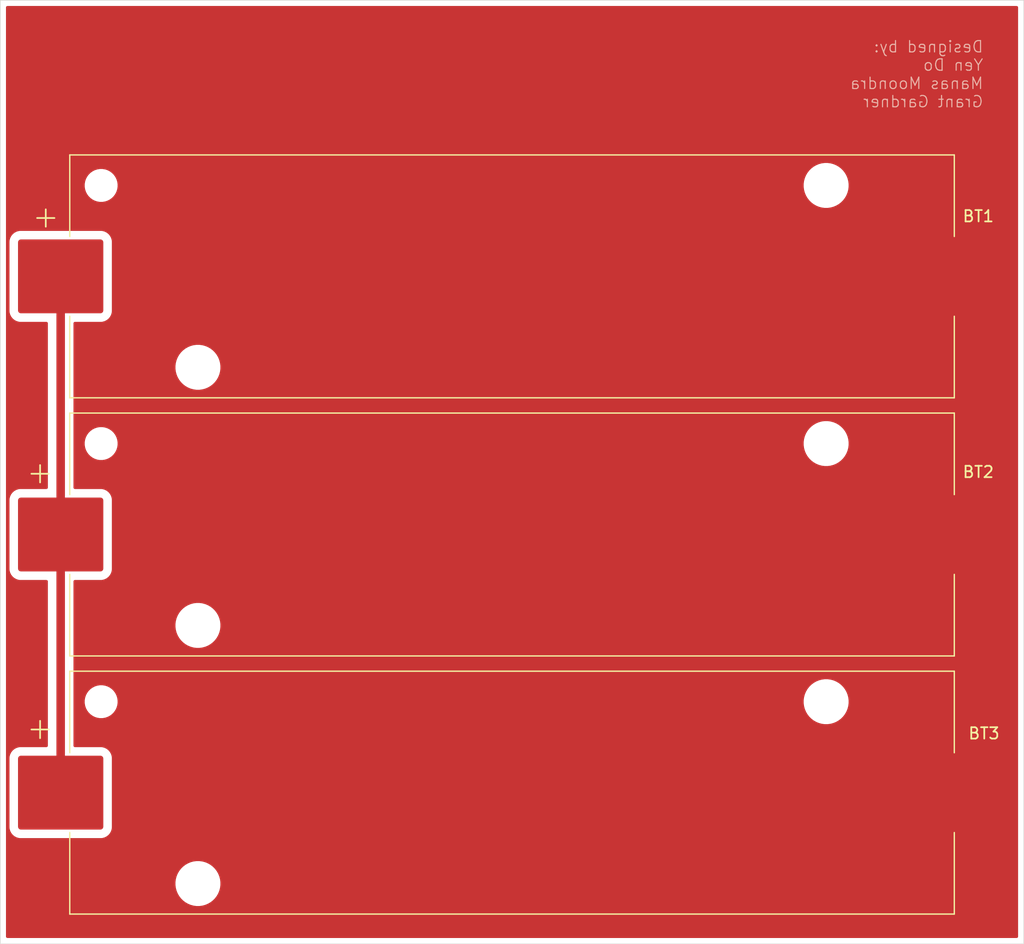
<source format=kicad_pcb>
(kicad_pcb (version 20241229) (generator "pcbnew") (generator_version "9.0")
  (layers (0 "F.Cu" signal) (2 "B.Cu" signal) (13 "F.Paste" user) (15 "B.Paste" user) (5 "F.SilkS" user "F.Silkscreen") (7 "B.SilkS" user "B.Silkscreen") (1 "F.Mask" user) (3 "B.Mask" user) (25 "Edge.Cuts" user))
  (net 0 "")
  (net 1 "VBUS")
  (net 2 "GND")
  (footprint "Battery:BatteryHolder_Keystone_1042_1x18650" (layer "F.Cu") (at 117 88.5)
    (property "Reference" "BT2" (at 41 -5.5 0) (layer "F.SilkS"))
    (property "Value" "Battery_Cell")
    (fp_line (start -38.89 -10.685) (end 38.89 -10.685) (stroke (width 0.12)) (layer "F.SilkS"))
    (fp_line (start -38.89 -3.51) (end -38.89 -10.685) (stroke (width 0.12)) (layer "F.SilkS"))
    (fp_line (start -38.89 10.685) (end -38.89 3.51) (stroke (width 0.12)) (layer "F.SilkS"))
    (fp_line (start 38.89 -10.685) (end 38.89 -3.51) (stroke (width 0.12)) (layer "F.SilkS"))
    (fp_line (start 38.89 3.51) (end 38.89 10.685) (stroke (width 0.12)) (layer "F.SilkS"))
    (fp_line (start 38.89 10.685) (end -38.89 10.685) (stroke (width 0.12)) (layer "F.SilkS"))
    (fp_text user "+" (at -41.5 -5.5 0) (layer "F.SilkS") (effects (font (size 2 2))))
    (pad "" np_thru_hole circle (at -36.13 -8) (size 2.39 2.39) (drill 2.39) (layers "*.Cu" "*.Mask"))
    (pad "" np_thru_hole circle (at -27.62 8) (size 3.45 3.45) (drill 3.45) (layers "*.Cu" "*.Mask"))
    (pad "" np_thru_hole circle (at 27.62 -8) (size 3.45 3.45) (drill 3.45) (layers "*.Cu" "*.Mask"))
    (pad "1" smd roundrect (at -39.69 0) (size 7.5 6.5) (layers "F.Cu" "F.Mask" "F.Paste") (roundrect_rratio 0.038462) (net 1 "VBUS"))
    (pad "2" smd roundrect (at 39.69 0) (size 7.5 6.5) (layers "F.Cu" "F.Mask" "F.Paste") (roundrect_rratio 0.038462) (net 2 "GND"))
  )
  (footprint "Battery:BatteryHolder_Keystone_1042_1x18650" (layer "F.Cu") (at 117 65.79)
    (property "Reference" "BT1" (at 41 -5.29 0) (layer "F.SilkS"))
    (property "Value" "Battery_Cell")
    (fp_line (start -38.89 -10.685) (end 38.89 -10.685) (stroke (width 0.12)) (layer "F.SilkS"))
    (fp_line (start -38.89 -3.51) (end -38.89 -10.685) (stroke (width 0.12)) (layer "F.SilkS"))
    (fp_line (start -38.89 10.685) (end -38.89 3.51) (stroke (width 0.12)) (layer "F.SilkS"))
    (fp_line (start 38.89 -10.685) (end 38.89 -3.51) (stroke (width 0.12)) (layer "F.SilkS"))
    (fp_line (start 38.89 3.51) (end 38.89 10.685) (stroke (width 0.12)) (layer "F.SilkS"))
    (fp_line (start 38.89 10.685) (end -38.89 10.685) (stroke (width 0.12)) (layer "F.SilkS"))
    (fp_text user "+" (at -41 -5.29 0) (layer "F.SilkS") (effects (font (size 2 2))))
    (pad "" np_thru_hole circle (at -36.13 -8) (size 2.39 2.39) (drill 2.39) (layers "*.Cu" "*.Mask"))
    (pad "" np_thru_hole circle (at -27.62 8) (size 3.45 3.45) (drill 3.45) (layers "*.Cu" "*.Mask"))
    (pad "" np_thru_hole circle (at 27.62 -8) (size 3.45 3.45) (drill 3.45) (layers "*.Cu" "*.Mask"))
    (pad "1" smd roundrect (at -39.69 0) (size 7.5 6.5) (layers "F.Cu" "F.Mask" "F.Paste") (roundrect_rratio 0.038462) (net 1 "VBUS"))
    (pad "2" smd roundrect (at 39.69 0) (size 7.5 6.5) (layers "F.Cu" "F.Mask" "F.Paste") (roundrect_rratio 0.038462) (net 2 "GND"))
  )
  (footprint "Battery:BatteryHolder_Keystone_1042_1x18650" (layer "F.Cu") (at 117 111.21)
    (property "Reference" "BT3" (at 41.5 -5.21 0) (layer "F.SilkS"))
    (property "Value" "Battery_Cell")
    (fp_line (start -38.89 -10.685) (end 38.89 -10.685) (stroke (width 0.12)) (layer "F.SilkS"))
    (fp_line (start -38.89 -3.51) (end -38.89 -10.685) (stroke (width 0.12)) (layer "F.SilkS"))
    (fp_line (start -38.89 10.685) (end -38.89 3.51) (stroke (width 0.12)) (layer "F.SilkS"))
    (fp_line (start 38.89 -10.685) (end 38.89 -3.51) (stroke (width 0.12)) (layer "F.SilkS"))
    (fp_line (start 38.89 3.51) (end 38.89 10.685) (stroke (width 0.12)) (layer "F.SilkS"))
    (fp_line (start 38.89 10.685) (end -38.89 10.685) (stroke (width 0.12)) (layer "F.SilkS"))
    (fp_text user "+" (at -41.5 -5.71 0) (layer "F.SilkS") (effects (font (size 2 2))))
    (pad "" np_thru_hole circle (at -36.13 -8) (size 2.39 2.39) (drill 2.39) (layers "*.Cu" "*.Mask"))
    (pad "" np_thru_hole circle (at -27.62 8) (size 3.45 3.45) (drill 3.45) (layers "*.Cu" "*.Mask"))
    (pad "" np_thru_hole circle (at 27.62 -8) (size 3.45 3.45) (drill 3.45) (layers "*.Cu" "*.Mask"))
    (pad "1" smd roundrect (at -39.69 0) (size 7.5 6.5) (layers "F.Cu" "F.Mask" "F.Paste") (roundrect_rratio 0.038462) (net 1 "VBUS"))
    (pad "2" smd roundrect (at 39.69 0) (size 7.5 6.5) (layers "F.Cu" "F.Mask" "F.Paste") (roundrect_rratio 0.038462) (net 2 "GND"))
  )
  (gr_rect (start 72 41.5) (end 162 124.5) (stroke (width 0.05)) (fill no) (layer "Edge.Cuts"))
  (gr_text "Designed by:\nYen Do\nManas Moondra\nGrant Gardner" (at 158.5 51 0) (layer "B.SilkS") (effects (font (size 1 1) (thickness 0.1)) (justify left bottom mirror)))
  (segment (start 77.31 65.79) (end 77.31 88.5) (width 0.75) (layer "F.Cu") (net 1))
  (segment (start 77.31 88.5) (end 77.31 111.21) (width 0.75) (layer "F.Cu") (net 1))
  (zone (net 2) (net_name "GND") (layers "F.Cu" "B.Cu") (connect_pads yes (clearance 0.5)) (min_thickness 0.25) (fill yes (thermal_gap 0.5) (thermal_bridge_width 0.5))
    (polygon (pts (xy 72 41.5) (xy 162 41.5) (xy 162 124.5) (xy 72 124.5)))
  )
)
</source>
